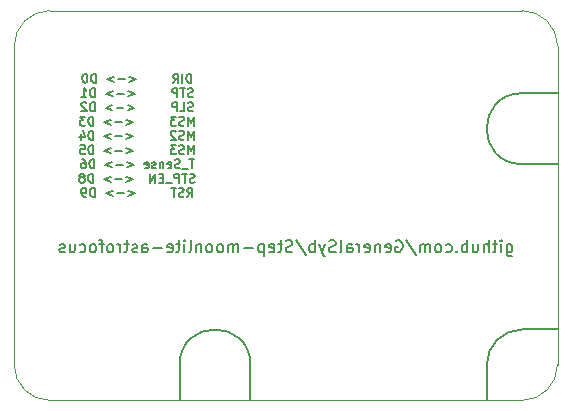
<source format=gbr>
%TF.GenerationSoftware,KiCad,Pcbnew,(6.0.9)*%
%TF.CreationDate,2023-09-21T20:23:22+02:00*%
%TF.ProjectId,EZFocus,455a466f-6375-4732-9e6b-696361645f70,rev?*%
%TF.SameCoordinates,Original*%
%TF.FileFunction,Legend,Bot*%
%TF.FilePolarity,Positive*%
%FSLAX46Y46*%
G04 Gerber Fmt 4.6, Leading zero omitted, Abs format (unit mm)*
G04 Created by KiCad (PCBNEW (6.0.9)) date 2023-09-21 20:23:22*
%MOMM*%
%LPD*%
G01*
G04 APERTURE LIST*
%ADD10C,0.150000*%
%TA.AperFunction,Profile*%
%ADD11C,0.100000*%
%TD*%
G04 APERTURE END LIST*
D10*
X118000000Y-87000000D02*
X115000000Y-87000000D01*
X118000000Y-67000000D02*
X115000000Y-67000000D01*
X115000000Y-87000000D02*
G75*
G03*
X112000000Y-90000000I0J-3000000D01*
G01*
X112000000Y-93000000D02*
X112000000Y-90000000D01*
X92000000Y-93000000D02*
X92000000Y-90000000D01*
X118000000Y-73000000D02*
X115000000Y-73000000D01*
X115000000Y-67000000D02*
G75*
G03*
X115000000Y-73000000I0J-3000000D01*
G01*
X86000000Y-93000000D02*
X86000000Y-90000000D01*
X92000000Y-90000000D02*
G75*
G03*
X86000000Y-90000000I-3000000J0D01*
G01*
D11*
X118000000Y-90000000D02*
X118000000Y-63000000D01*
X75000000Y-93000000D02*
X115000000Y-93000000D01*
X75000000Y-60000000D02*
G75*
G03*
X72000000Y-63000000I0J-3000000D01*
G01*
X118000000Y-63000000D02*
G75*
G03*
X115000000Y-60000000I-3000000J0D01*
G01*
X72000000Y-90000000D02*
G75*
G03*
X75000000Y-93000000I3000000J0D01*
G01*
X115000000Y-60000000D02*
X75000000Y-60000000D01*
X72000000Y-63000000D02*
X72000000Y-90000000D01*
X115000000Y-93000000D02*
G75*
G03*
X118000000Y-90000000I0J3000000D01*
G01*
D10*
X86989285Y-66109285D02*
X86989285Y-65359285D01*
X86810714Y-65359285D01*
X86703571Y-65395000D01*
X86632142Y-65466428D01*
X86596428Y-65537857D01*
X86560714Y-65680714D01*
X86560714Y-65787857D01*
X86596428Y-65930714D01*
X86632142Y-66002142D01*
X86703571Y-66073571D01*
X86810714Y-66109285D01*
X86989285Y-66109285D01*
X86239285Y-66109285D02*
X86239285Y-65359285D01*
X85453571Y-66109285D02*
X85703571Y-65752142D01*
X85882142Y-66109285D02*
X85882142Y-65359285D01*
X85596428Y-65359285D01*
X85525000Y-65395000D01*
X85489285Y-65430714D01*
X85453571Y-65502142D01*
X85453571Y-65609285D01*
X85489285Y-65680714D01*
X85525000Y-65716428D01*
X85596428Y-65752142D01*
X85882142Y-65752142D01*
X81703571Y-65609285D02*
X82275000Y-65823571D01*
X81703571Y-66037857D01*
X81346428Y-65823571D02*
X80775000Y-65823571D01*
X80417857Y-65609285D02*
X79846428Y-65823571D01*
X80417857Y-66037857D01*
X78917857Y-66109285D02*
X78917857Y-65359285D01*
X78739285Y-65359285D01*
X78632142Y-65395000D01*
X78560714Y-65466428D01*
X78525000Y-65537857D01*
X78489285Y-65680714D01*
X78489285Y-65787857D01*
X78525000Y-65930714D01*
X78560714Y-66002142D01*
X78632142Y-66073571D01*
X78739285Y-66109285D01*
X78917857Y-66109285D01*
X78025000Y-65359285D02*
X77953571Y-65359285D01*
X77882142Y-65395000D01*
X77846428Y-65430714D01*
X77810714Y-65502142D01*
X77775000Y-65645000D01*
X77775000Y-65823571D01*
X77810714Y-65966428D01*
X77846428Y-66037857D01*
X77882142Y-66073571D01*
X77953571Y-66109285D01*
X78025000Y-66109285D01*
X78096428Y-66073571D01*
X78132142Y-66037857D01*
X78167857Y-65966428D01*
X78203571Y-65823571D01*
X78203571Y-65645000D01*
X78167857Y-65502142D01*
X78132142Y-65430714D01*
X78096428Y-65395000D01*
X78025000Y-65359285D01*
X87114285Y-67281071D02*
X87007142Y-67316785D01*
X86828571Y-67316785D01*
X86757142Y-67281071D01*
X86721428Y-67245357D01*
X86685714Y-67173928D01*
X86685714Y-67102500D01*
X86721428Y-67031071D01*
X86757142Y-66995357D01*
X86828571Y-66959642D01*
X86971428Y-66923928D01*
X87042857Y-66888214D01*
X87078571Y-66852500D01*
X87114285Y-66781071D01*
X87114285Y-66709642D01*
X87078571Y-66638214D01*
X87042857Y-66602500D01*
X86971428Y-66566785D01*
X86792857Y-66566785D01*
X86685714Y-66602500D01*
X86471428Y-66566785D02*
X86042857Y-66566785D01*
X86257142Y-67316785D02*
X86257142Y-66566785D01*
X85792857Y-67316785D02*
X85792857Y-66566785D01*
X85507142Y-66566785D01*
X85435714Y-66602500D01*
X85400000Y-66638214D01*
X85364285Y-66709642D01*
X85364285Y-66816785D01*
X85400000Y-66888214D01*
X85435714Y-66923928D01*
X85507142Y-66959642D01*
X85792857Y-66959642D01*
X81614285Y-66816785D02*
X82185714Y-67031071D01*
X81614285Y-67245357D01*
X81257142Y-67031071D02*
X80685714Y-67031071D01*
X80328571Y-66816785D02*
X79757142Y-67031071D01*
X80328571Y-67245357D01*
X78828571Y-67316785D02*
X78828571Y-66566785D01*
X78650000Y-66566785D01*
X78542857Y-66602500D01*
X78471428Y-66673928D01*
X78435714Y-66745357D01*
X78400000Y-66888214D01*
X78400000Y-66995357D01*
X78435714Y-67138214D01*
X78471428Y-67209642D01*
X78542857Y-67281071D01*
X78650000Y-67316785D01*
X78828571Y-67316785D01*
X77685714Y-67316785D02*
X78114285Y-67316785D01*
X77900000Y-67316785D02*
X77900000Y-66566785D01*
X77971428Y-66673928D01*
X78042857Y-66745357D01*
X78114285Y-66781071D01*
X87132142Y-68488571D02*
X87025000Y-68524285D01*
X86846428Y-68524285D01*
X86775000Y-68488571D01*
X86739285Y-68452857D01*
X86703571Y-68381428D01*
X86703571Y-68310000D01*
X86739285Y-68238571D01*
X86775000Y-68202857D01*
X86846428Y-68167142D01*
X86989285Y-68131428D01*
X87060714Y-68095714D01*
X87096428Y-68060000D01*
X87132142Y-67988571D01*
X87132142Y-67917142D01*
X87096428Y-67845714D01*
X87060714Y-67810000D01*
X86989285Y-67774285D01*
X86810714Y-67774285D01*
X86703571Y-67810000D01*
X86025000Y-68524285D02*
X86382142Y-68524285D01*
X86382142Y-67774285D01*
X85775000Y-68524285D02*
X85775000Y-67774285D01*
X85489285Y-67774285D01*
X85417857Y-67810000D01*
X85382142Y-67845714D01*
X85346428Y-67917142D01*
X85346428Y-68024285D01*
X85382142Y-68095714D01*
X85417857Y-68131428D01*
X85489285Y-68167142D01*
X85775000Y-68167142D01*
X81596428Y-68024285D02*
X82167857Y-68238571D01*
X81596428Y-68452857D01*
X81239285Y-68238571D02*
X80667857Y-68238571D01*
X80310714Y-68024285D02*
X79739285Y-68238571D01*
X80310714Y-68452857D01*
X78810714Y-68524285D02*
X78810714Y-67774285D01*
X78632142Y-67774285D01*
X78525000Y-67810000D01*
X78453571Y-67881428D01*
X78417857Y-67952857D01*
X78382142Y-68095714D01*
X78382142Y-68202857D01*
X78417857Y-68345714D01*
X78453571Y-68417142D01*
X78525000Y-68488571D01*
X78632142Y-68524285D01*
X78810714Y-68524285D01*
X78096428Y-67845714D02*
X78060714Y-67810000D01*
X77989285Y-67774285D01*
X77810714Y-67774285D01*
X77739285Y-67810000D01*
X77703571Y-67845714D01*
X77667857Y-67917142D01*
X77667857Y-67988571D01*
X77703571Y-68095714D01*
X78132142Y-68524285D01*
X77667857Y-68524285D01*
X87203571Y-69731785D02*
X87203571Y-68981785D01*
X86953571Y-69517500D01*
X86703571Y-68981785D01*
X86703571Y-69731785D01*
X86382142Y-69696071D02*
X86275000Y-69731785D01*
X86096428Y-69731785D01*
X86025000Y-69696071D01*
X85989285Y-69660357D01*
X85953571Y-69588928D01*
X85953571Y-69517500D01*
X85989285Y-69446071D01*
X86025000Y-69410357D01*
X86096428Y-69374642D01*
X86239285Y-69338928D01*
X86310714Y-69303214D01*
X86346428Y-69267500D01*
X86382142Y-69196071D01*
X86382142Y-69124642D01*
X86346428Y-69053214D01*
X86310714Y-69017500D01*
X86239285Y-68981785D01*
X86060714Y-68981785D01*
X85953571Y-69017500D01*
X85703571Y-68981785D02*
X85239285Y-68981785D01*
X85489285Y-69267500D01*
X85382142Y-69267500D01*
X85310714Y-69303214D01*
X85275000Y-69338928D01*
X85239285Y-69410357D01*
X85239285Y-69588928D01*
X85275000Y-69660357D01*
X85310714Y-69696071D01*
X85382142Y-69731785D01*
X85596428Y-69731785D01*
X85667857Y-69696071D01*
X85703571Y-69660357D01*
X81489285Y-69231785D02*
X82060714Y-69446071D01*
X81489285Y-69660357D01*
X81132142Y-69446071D02*
X80560714Y-69446071D01*
X80203571Y-69231785D02*
X79632142Y-69446071D01*
X80203571Y-69660357D01*
X78703571Y-69731785D02*
X78703571Y-68981785D01*
X78525000Y-68981785D01*
X78417857Y-69017500D01*
X78346428Y-69088928D01*
X78310714Y-69160357D01*
X78275000Y-69303214D01*
X78275000Y-69410357D01*
X78310714Y-69553214D01*
X78346428Y-69624642D01*
X78417857Y-69696071D01*
X78525000Y-69731785D01*
X78703571Y-69731785D01*
X78025000Y-68981785D02*
X77560714Y-68981785D01*
X77810714Y-69267500D01*
X77703571Y-69267500D01*
X77632142Y-69303214D01*
X77596428Y-69338928D01*
X77560714Y-69410357D01*
X77560714Y-69588928D01*
X77596428Y-69660357D01*
X77632142Y-69696071D01*
X77703571Y-69731785D01*
X77917857Y-69731785D01*
X77989285Y-69696071D01*
X78025000Y-69660357D01*
X87203571Y-70939285D02*
X87203571Y-70189285D01*
X86953571Y-70725000D01*
X86703571Y-70189285D01*
X86703571Y-70939285D01*
X86382142Y-70903571D02*
X86275000Y-70939285D01*
X86096428Y-70939285D01*
X86025000Y-70903571D01*
X85989285Y-70867857D01*
X85953571Y-70796428D01*
X85953571Y-70725000D01*
X85989285Y-70653571D01*
X86025000Y-70617857D01*
X86096428Y-70582142D01*
X86239285Y-70546428D01*
X86310714Y-70510714D01*
X86346428Y-70475000D01*
X86382142Y-70403571D01*
X86382142Y-70332142D01*
X86346428Y-70260714D01*
X86310714Y-70225000D01*
X86239285Y-70189285D01*
X86060714Y-70189285D01*
X85953571Y-70225000D01*
X85667857Y-70260714D02*
X85632142Y-70225000D01*
X85560714Y-70189285D01*
X85382142Y-70189285D01*
X85310714Y-70225000D01*
X85275000Y-70260714D01*
X85239285Y-70332142D01*
X85239285Y-70403571D01*
X85275000Y-70510714D01*
X85703571Y-70939285D01*
X85239285Y-70939285D01*
X81489285Y-70439285D02*
X82060714Y-70653571D01*
X81489285Y-70867857D01*
X81132142Y-70653571D02*
X80560714Y-70653571D01*
X80203571Y-70439285D02*
X79632142Y-70653571D01*
X80203571Y-70867857D01*
X78703571Y-70939285D02*
X78703571Y-70189285D01*
X78525000Y-70189285D01*
X78417857Y-70225000D01*
X78346428Y-70296428D01*
X78310714Y-70367857D01*
X78275000Y-70510714D01*
X78275000Y-70617857D01*
X78310714Y-70760714D01*
X78346428Y-70832142D01*
X78417857Y-70903571D01*
X78525000Y-70939285D01*
X78703571Y-70939285D01*
X77632142Y-70439285D02*
X77632142Y-70939285D01*
X77810714Y-70153571D02*
X77989285Y-70689285D01*
X77525000Y-70689285D01*
X87203571Y-72146785D02*
X87203571Y-71396785D01*
X86953571Y-71932500D01*
X86703571Y-71396785D01*
X86703571Y-72146785D01*
X86382142Y-72111071D02*
X86275000Y-72146785D01*
X86096428Y-72146785D01*
X86025000Y-72111071D01*
X85989285Y-72075357D01*
X85953571Y-72003928D01*
X85953571Y-71932500D01*
X85989285Y-71861071D01*
X86025000Y-71825357D01*
X86096428Y-71789642D01*
X86239285Y-71753928D01*
X86310714Y-71718214D01*
X86346428Y-71682500D01*
X86382142Y-71611071D01*
X86382142Y-71539642D01*
X86346428Y-71468214D01*
X86310714Y-71432500D01*
X86239285Y-71396785D01*
X86060714Y-71396785D01*
X85953571Y-71432500D01*
X85703571Y-71396785D02*
X85239285Y-71396785D01*
X85489285Y-71682500D01*
X85382142Y-71682500D01*
X85310714Y-71718214D01*
X85275000Y-71753928D01*
X85239285Y-71825357D01*
X85239285Y-72003928D01*
X85275000Y-72075357D01*
X85310714Y-72111071D01*
X85382142Y-72146785D01*
X85596428Y-72146785D01*
X85667857Y-72111071D01*
X85703571Y-72075357D01*
X81489285Y-71646785D02*
X82060714Y-71861071D01*
X81489285Y-72075357D01*
X81132142Y-71861071D02*
X80560714Y-71861071D01*
X80203571Y-71646785D02*
X79632142Y-71861071D01*
X80203571Y-72075357D01*
X78703571Y-72146785D02*
X78703571Y-71396785D01*
X78525000Y-71396785D01*
X78417857Y-71432500D01*
X78346428Y-71503928D01*
X78310714Y-71575357D01*
X78275000Y-71718214D01*
X78275000Y-71825357D01*
X78310714Y-71968214D01*
X78346428Y-72039642D01*
X78417857Y-72111071D01*
X78525000Y-72146785D01*
X78703571Y-72146785D01*
X77596428Y-71396785D02*
X77953571Y-71396785D01*
X77989285Y-71753928D01*
X77953571Y-71718214D01*
X77882142Y-71682500D01*
X77703571Y-71682500D01*
X77632142Y-71718214D01*
X77596428Y-71753928D01*
X77560714Y-71825357D01*
X77560714Y-72003928D01*
X77596428Y-72075357D01*
X77632142Y-72111071D01*
X77703571Y-72146785D01*
X77882142Y-72146785D01*
X77953571Y-72111071D01*
X77989285Y-72075357D01*
X87239285Y-72604285D02*
X86810714Y-72604285D01*
X87025000Y-73354285D02*
X87025000Y-72604285D01*
X86739285Y-73425714D02*
X86167857Y-73425714D01*
X86025000Y-73318571D02*
X85917857Y-73354285D01*
X85739285Y-73354285D01*
X85667857Y-73318571D01*
X85632142Y-73282857D01*
X85596428Y-73211428D01*
X85596428Y-73140000D01*
X85632142Y-73068571D01*
X85667857Y-73032857D01*
X85739285Y-72997142D01*
X85882142Y-72961428D01*
X85953571Y-72925714D01*
X85989285Y-72890000D01*
X86025000Y-72818571D01*
X86025000Y-72747142D01*
X85989285Y-72675714D01*
X85953571Y-72640000D01*
X85882142Y-72604285D01*
X85703571Y-72604285D01*
X85596428Y-72640000D01*
X84989285Y-73318571D02*
X85060714Y-73354285D01*
X85203571Y-73354285D01*
X85275000Y-73318571D01*
X85310714Y-73247142D01*
X85310714Y-72961428D01*
X85275000Y-72890000D01*
X85203571Y-72854285D01*
X85060714Y-72854285D01*
X84989285Y-72890000D01*
X84953571Y-72961428D01*
X84953571Y-73032857D01*
X85310714Y-73104285D01*
X84632142Y-72854285D02*
X84632142Y-73354285D01*
X84632142Y-72925714D02*
X84596428Y-72890000D01*
X84525000Y-72854285D01*
X84417857Y-72854285D01*
X84346428Y-72890000D01*
X84310714Y-72961428D01*
X84310714Y-73354285D01*
X83989285Y-73318571D02*
X83917857Y-73354285D01*
X83775000Y-73354285D01*
X83703571Y-73318571D01*
X83667857Y-73247142D01*
X83667857Y-73211428D01*
X83703571Y-73140000D01*
X83775000Y-73104285D01*
X83882142Y-73104285D01*
X83953571Y-73068571D01*
X83989285Y-72997142D01*
X83989285Y-72961428D01*
X83953571Y-72890000D01*
X83882142Y-72854285D01*
X83775000Y-72854285D01*
X83703571Y-72890000D01*
X83060714Y-73318571D02*
X83132142Y-73354285D01*
X83275000Y-73354285D01*
X83346428Y-73318571D01*
X83382142Y-73247142D01*
X83382142Y-72961428D01*
X83346428Y-72890000D01*
X83275000Y-72854285D01*
X83132142Y-72854285D01*
X83060714Y-72890000D01*
X83025000Y-72961428D01*
X83025000Y-73032857D01*
X83382142Y-73104285D01*
X81560714Y-72854285D02*
X82132142Y-73068571D01*
X81560714Y-73282857D01*
X81203571Y-73068571D02*
X80632142Y-73068571D01*
X80275000Y-72854285D02*
X79703571Y-73068571D01*
X80275000Y-73282857D01*
X78775000Y-73354285D02*
X78775000Y-72604285D01*
X78596428Y-72604285D01*
X78489285Y-72640000D01*
X78417857Y-72711428D01*
X78382142Y-72782857D01*
X78346428Y-72925714D01*
X78346428Y-73032857D01*
X78382142Y-73175714D01*
X78417857Y-73247142D01*
X78489285Y-73318571D01*
X78596428Y-73354285D01*
X78775000Y-73354285D01*
X77703571Y-72604285D02*
X77846428Y-72604285D01*
X77917857Y-72640000D01*
X77953571Y-72675714D01*
X78025000Y-72782857D01*
X78060714Y-72925714D01*
X78060714Y-73211428D01*
X78025000Y-73282857D01*
X77989285Y-73318571D01*
X77917857Y-73354285D01*
X77775000Y-73354285D01*
X77703571Y-73318571D01*
X77667857Y-73282857D01*
X77632142Y-73211428D01*
X77632142Y-73032857D01*
X77667857Y-72961428D01*
X77703571Y-72925714D01*
X77775000Y-72890000D01*
X77917857Y-72890000D01*
X77989285Y-72925714D01*
X78025000Y-72961428D01*
X78060714Y-73032857D01*
X87275000Y-74526071D02*
X87167857Y-74561785D01*
X86989285Y-74561785D01*
X86917857Y-74526071D01*
X86882142Y-74490357D01*
X86846428Y-74418928D01*
X86846428Y-74347500D01*
X86882142Y-74276071D01*
X86917857Y-74240357D01*
X86989285Y-74204642D01*
X87132142Y-74168928D01*
X87203571Y-74133214D01*
X87239285Y-74097500D01*
X87275000Y-74026071D01*
X87275000Y-73954642D01*
X87239285Y-73883214D01*
X87203571Y-73847500D01*
X87132142Y-73811785D01*
X86953571Y-73811785D01*
X86846428Y-73847500D01*
X86632142Y-73811785D02*
X86203571Y-73811785D01*
X86417857Y-74561785D02*
X86417857Y-73811785D01*
X85953571Y-74561785D02*
X85953571Y-73811785D01*
X85667857Y-73811785D01*
X85596428Y-73847500D01*
X85560714Y-73883214D01*
X85525000Y-73954642D01*
X85525000Y-74061785D01*
X85560714Y-74133214D01*
X85596428Y-74168928D01*
X85667857Y-74204642D01*
X85953571Y-74204642D01*
X85382142Y-74633214D02*
X84810714Y-74633214D01*
X84632142Y-74168928D02*
X84382142Y-74168928D01*
X84275000Y-74561785D02*
X84632142Y-74561785D01*
X84632142Y-73811785D01*
X84275000Y-73811785D01*
X83953571Y-74561785D02*
X83953571Y-73811785D01*
X83525000Y-74561785D01*
X83525000Y-73811785D01*
X81453571Y-74061785D02*
X82025000Y-74276071D01*
X81453571Y-74490357D01*
X81096428Y-74276071D02*
X80525000Y-74276071D01*
X80167857Y-74061785D02*
X79596428Y-74276071D01*
X80167857Y-74490357D01*
X78667857Y-74561785D02*
X78667857Y-73811785D01*
X78489285Y-73811785D01*
X78382142Y-73847500D01*
X78310714Y-73918928D01*
X78275000Y-73990357D01*
X78239285Y-74133214D01*
X78239285Y-74240357D01*
X78275000Y-74383214D01*
X78310714Y-74454642D01*
X78382142Y-74526071D01*
X78489285Y-74561785D01*
X78667857Y-74561785D01*
X77810714Y-74133214D02*
X77882142Y-74097500D01*
X77917857Y-74061785D01*
X77953571Y-73990357D01*
X77953571Y-73954642D01*
X77917857Y-73883214D01*
X77882142Y-73847500D01*
X77810714Y-73811785D01*
X77667857Y-73811785D01*
X77596428Y-73847500D01*
X77560714Y-73883214D01*
X77525000Y-73954642D01*
X77525000Y-73990357D01*
X77560714Y-74061785D01*
X77596428Y-74097500D01*
X77667857Y-74133214D01*
X77810714Y-74133214D01*
X77882142Y-74168928D01*
X77917857Y-74204642D01*
X77953571Y-74276071D01*
X77953571Y-74418928D01*
X77917857Y-74490357D01*
X77882142Y-74526071D01*
X77810714Y-74561785D01*
X77667857Y-74561785D01*
X77596428Y-74526071D01*
X77560714Y-74490357D01*
X77525000Y-74418928D01*
X77525000Y-74276071D01*
X77560714Y-74204642D01*
X77596428Y-74168928D01*
X77667857Y-74133214D01*
X86650000Y-75769285D02*
X86900000Y-75412142D01*
X87078571Y-75769285D02*
X87078571Y-75019285D01*
X86792857Y-75019285D01*
X86721428Y-75055000D01*
X86685714Y-75090714D01*
X86650000Y-75162142D01*
X86650000Y-75269285D01*
X86685714Y-75340714D01*
X86721428Y-75376428D01*
X86792857Y-75412142D01*
X87078571Y-75412142D01*
X86364285Y-75733571D02*
X86257142Y-75769285D01*
X86078571Y-75769285D01*
X86007142Y-75733571D01*
X85971428Y-75697857D01*
X85935714Y-75626428D01*
X85935714Y-75555000D01*
X85971428Y-75483571D01*
X86007142Y-75447857D01*
X86078571Y-75412142D01*
X86221428Y-75376428D01*
X86292857Y-75340714D01*
X86328571Y-75305000D01*
X86364285Y-75233571D01*
X86364285Y-75162142D01*
X86328571Y-75090714D01*
X86292857Y-75055000D01*
X86221428Y-75019285D01*
X86042857Y-75019285D01*
X85935714Y-75055000D01*
X85721428Y-75019285D02*
X85292857Y-75019285D01*
X85507142Y-75769285D02*
X85507142Y-75019285D01*
X81614285Y-75269285D02*
X82185714Y-75483571D01*
X81614285Y-75697857D01*
X81257142Y-75483571D02*
X80685714Y-75483571D01*
X80328571Y-75269285D02*
X79757142Y-75483571D01*
X80328571Y-75697857D01*
X78828571Y-75769285D02*
X78828571Y-75019285D01*
X78650000Y-75019285D01*
X78542857Y-75055000D01*
X78471428Y-75126428D01*
X78435714Y-75197857D01*
X78400000Y-75340714D01*
X78400000Y-75447857D01*
X78435714Y-75590714D01*
X78471428Y-75662142D01*
X78542857Y-75733571D01*
X78650000Y-75769285D01*
X78828571Y-75769285D01*
X78042857Y-75769285D02*
X77900000Y-75769285D01*
X77828571Y-75733571D01*
X77792857Y-75697857D01*
X77721428Y-75590714D01*
X77685714Y-75447857D01*
X77685714Y-75162142D01*
X77721428Y-75090714D01*
X77757142Y-75055000D01*
X77828571Y-75019285D01*
X77971428Y-75019285D01*
X78042857Y-75055000D01*
X78078571Y-75090714D01*
X78114285Y-75162142D01*
X78114285Y-75340714D01*
X78078571Y-75412142D01*
X78042857Y-75447857D01*
X77971428Y-75483571D01*
X77828571Y-75483571D01*
X77757142Y-75447857D01*
X77721428Y-75412142D01*
X77685714Y-75340714D01*
X113690476Y-79785714D02*
X113690476Y-80595238D01*
X113738095Y-80690476D01*
X113785714Y-80738095D01*
X113880952Y-80785714D01*
X114023809Y-80785714D01*
X114119047Y-80738095D01*
X113690476Y-80404761D02*
X113785714Y-80452380D01*
X113976190Y-80452380D01*
X114071428Y-80404761D01*
X114119047Y-80357142D01*
X114166666Y-80261904D01*
X114166666Y-79976190D01*
X114119047Y-79880952D01*
X114071428Y-79833333D01*
X113976190Y-79785714D01*
X113785714Y-79785714D01*
X113690476Y-79833333D01*
X113214285Y-80452380D02*
X113214285Y-79785714D01*
X113214285Y-79452380D02*
X113261904Y-79500000D01*
X113214285Y-79547619D01*
X113166666Y-79500000D01*
X113214285Y-79452380D01*
X113214285Y-79547619D01*
X112880952Y-79785714D02*
X112500000Y-79785714D01*
X112738095Y-79452380D02*
X112738095Y-80309523D01*
X112690476Y-80404761D01*
X112595238Y-80452380D01*
X112500000Y-80452380D01*
X112166666Y-80452380D02*
X112166666Y-79452380D01*
X111738095Y-80452380D02*
X111738095Y-79928571D01*
X111785714Y-79833333D01*
X111880952Y-79785714D01*
X112023809Y-79785714D01*
X112119047Y-79833333D01*
X112166666Y-79880952D01*
X110833333Y-79785714D02*
X110833333Y-80452380D01*
X111261904Y-79785714D02*
X111261904Y-80309523D01*
X111214285Y-80404761D01*
X111119047Y-80452380D01*
X110976190Y-80452380D01*
X110880952Y-80404761D01*
X110833333Y-80357142D01*
X110357142Y-80452380D02*
X110357142Y-79452380D01*
X110357142Y-79833333D02*
X110261904Y-79785714D01*
X110071428Y-79785714D01*
X109976190Y-79833333D01*
X109928571Y-79880952D01*
X109880952Y-79976190D01*
X109880952Y-80261904D01*
X109928571Y-80357142D01*
X109976190Y-80404761D01*
X110071428Y-80452380D01*
X110261904Y-80452380D01*
X110357142Y-80404761D01*
X109452380Y-80357142D02*
X109404761Y-80404761D01*
X109452380Y-80452380D01*
X109500000Y-80404761D01*
X109452380Y-80357142D01*
X109452380Y-80452380D01*
X108547619Y-80404761D02*
X108642857Y-80452380D01*
X108833333Y-80452380D01*
X108928571Y-80404761D01*
X108976190Y-80357142D01*
X109023809Y-80261904D01*
X109023809Y-79976190D01*
X108976190Y-79880952D01*
X108928571Y-79833333D01*
X108833333Y-79785714D01*
X108642857Y-79785714D01*
X108547619Y-79833333D01*
X107976190Y-80452380D02*
X108071428Y-80404761D01*
X108119047Y-80357142D01*
X108166666Y-80261904D01*
X108166666Y-79976190D01*
X108119047Y-79880952D01*
X108071428Y-79833333D01*
X107976190Y-79785714D01*
X107833333Y-79785714D01*
X107738095Y-79833333D01*
X107690476Y-79880952D01*
X107642857Y-79976190D01*
X107642857Y-80261904D01*
X107690476Y-80357142D01*
X107738095Y-80404761D01*
X107833333Y-80452380D01*
X107976190Y-80452380D01*
X107214285Y-80452380D02*
X107214285Y-79785714D01*
X107214285Y-79880952D02*
X107166666Y-79833333D01*
X107071428Y-79785714D01*
X106928571Y-79785714D01*
X106833333Y-79833333D01*
X106785714Y-79928571D01*
X106785714Y-80452380D01*
X106785714Y-79928571D02*
X106738095Y-79833333D01*
X106642857Y-79785714D01*
X106500000Y-79785714D01*
X106404761Y-79833333D01*
X106357142Y-79928571D01*
X106357142Y-80452380D01*
X105166666Y-79404761D02*
X106023809Y-80690476D01*
X104309523Y-79500000D02*
X104404761Y-79452380D01*
X104547619Y-79452380D01*
X104690476Y-79500000D01*
X104785714Y-79595238D01*
X104833333Y-79690476D01*
X104880952Y-79880952D01*
X104880952Y-80023809D01*
X104833333Y-80214285D01*
X104785714Y-80309523D01*
X104690476Y-80404761D01*
X104547619Y-80452380D01*
X104452380Y-80452380D01*
X104309523Y-80404761D01*
X104261904Y-80357142D01*
X104261904Y-80023809D01*
X104452380Y-80023809D01*
X103452380Y-80404761D02*
X103547619Y-80452380D01*
X103738095Y-80452380D01*
X103833333Y-80404761D01*
X103880952Y-80309523D01*
X103880952Y-79928571D01*
X103833333Y-79833333D01*
X103738095Y-79785714D01*
X103547619Y-79785714D01*
X103452380Y-79833333D01*
X103404761Y-79928571D01*
X103404761Y-80023809D01*
X103880952Y-80119047D01*
X102976190Y-79785714D02*
X102976190Y-80452380D01*
X102976190Y-79880952D02*
X102928571Y-79833333D01*
X102833333Y-79785714D01*
X102690476Y-79785714D01*
X102595238Y-79833333D01*
X102547619Y-79928571D01*
X102547619Y-80452380D01*
X101690476Y-80404761D02*
X101785714Y-80452380D01*
X101976190Y-80452380D01*
X102071428Y-80404761D01*
X102119047Y-80309523D01*
X102119047Y-79928571D01*
X102071428Y-79833333D01*
X101976190Y-79785714D01*
X101785714Y-79785714D01*
X101690476Y-79833333D01*
X101642857Y-79928571D01*
X101642857Y-80023809D01*
X102119047Y-80119047D01*
X101214285Y-80452380D02*
X101214285Y-79785714D01*
X101214285Y-79976190D02*
X101166666Y-79880952D01*
X101119047Y-79833333D01*
X101023809Y-79785714D01*
X100928571Y-79785714D01*
X100166666Y-80452380D02*
X100166666Y-79928571D01*
X100214285Y-79833333D01*
X100309523Y-79785714D01*
X100500000Y-79785714D01*
X100595238Y-79833333D01*
X100166666Y-80404761D02*
X100261904Y-80452380D01*
X100500000Y-80452380D01*
X100595238Y-80404761D01*
X100642857Y-80309523D01*
X100642857Y-80214285D01*
X100595238Y-80119047D01*
X100500000Y-80071428D01*
X100261904Y-80071428D01*
X100166666Y-80023809D01*
X99547619Y-80452380D02*
X99642857Y-80404761D01*
X99690476Y-80309523D01*
X99690476Y-79452380D01*
X99214285Y-80404761D02*
X99071428Y-80452380D01*
X98833333Y-80452380D01*
X98738095Y-80404761D01*
X98690476Y-80357142D01*
X98642857Y-80261904D01*
X98642857Y-80166666D01*
X98690476Y-80071428D01*
X98738095Y-80023809D01*
X98833333Y-79976190D01*
X99023809Y-79928571D01*
X99119047Y-79880952D01*
X99166666Y-79833333D01*
X99214285Y-79738095D01*
X99214285Y-79642857D01*
X99166666Y-79547619D01*
X99119047Y-79500000D01*
X99023809Y-79452380D01*
X98785714Y-79452380D01*
X98642857Y-79500000D01*
X98309523Y-79785714D02*
X98071428Y-80452380D01*
X97833333Y-79785714D02*
X98071428Y-80452380D01*
X98166666Y-80690476D01*
X98214285Y-80738095D01*
X98309523Y-80785714D01*
X97452380Y-80452380D02*
X97452380Y-79452380D01*
X97452380Y-79833333D02*
X97357142Y-79785714D01*
X97166666Y-79785714D01*
X97071428Y-79833333D01*
X97023809Y-79880952D01*
X96976190Y-79976190D01*
X96976190Y-80261904D01*
X97023809Y-80357142D01*
X97071428Y-80404761D01*
X97166666Y-80452380D01*
X97357142Y-80452380D01*
X97452380Y-80404761D01*
X95833333Y-79404761D02*
X96690476Y-80690476D01*
X95547619Y-80404761D02*
X95404761Y-80452380D01*
X95166666Y-80452380D01*
X95071428Y-80404761D01*
X95023809Y-80357142D01*
X94976190Y-80261904D01*
X94976190Y-80166666D01*
X95023809Y-80071428D01*
X95071428Y-80023809D01*
X95166666Y-79976190D01*
X95357142Y-79928571D01*
X95452380Y-79880952D01*
X95500000Y-79833333D01*
X95547619Y-79738095D01*
X95547619Y-79642857D01*
X95500000Y-79547619D01*
X95452380Y-79500000D01*
X95357142Y-79452380D01*
X95119047Y-79452380D01*
X94976190Y-79500000D01*
X94690476Y-79785714D02*
X94309523Y-79785714D01*
X94547619Y-79452380D02*
X94547619Y-80309523D01*
X94500000Y-80404761D01*
X94404761Y-80452380D01*
X94309523Y-80452380D01*
X93595238Y-80404761D02*
X93690476Y-80452380D01*
X93880952Y-80452380D01*
X93976190Y-80404761D01*
X94023809Y-80309523D01*
X94023809Y-79928571D01*
X93976190Y-79833333D01*
X93880952Y-79785714D01*
X93690476Y-79785714D01*
X93595238Y-79833333D01*
X93547619Y-79928571D01*
X93547619Y-80023809D01*
X94023809Y-80119047D01*
X93119047Y-79785714D02*
X93119047Y-80785714D01*
X93119047Y-79833333D02*
X93023809Y-79785714D01*
X92833333Y-79785714D01*
X92738095Y-79833333D01*
X92690476Y-79880952D01*
X92642857Y-79976190D01*
X92642857Y-80261904D01*
X92690476Y-80357142D01*
X92738095Y-80404761D01*
X92833333Y-80452380D01*
X93023809Y-80452380D01*
X93119047Y-80404761D01*
X92214285Y-80071428D02*
X91452380Y-80071428D01*
X90976190Y-80452380D02*
X90976190Y-79785714D01*
X90976190Y-79880952D02*
X90928571Y-79833333D01*
X90833333Y-79785714D01*
X90690476Y-79785714D01*
X90595238Y-79833333D01*
X90547619Y-79928571D01*
X90547619Y-80452380D01*
X90547619Y-79928571D02*
X90500000Y-79833333D01*
X90404761Y-79785714D01*
X90261904Y-79785714D01*
X90166666Y-79833333D01*
X90119047Y-79928571D01*
X90119047Y-80452380D01*
X89500000Y-80452380D02*
X89595238Y-80404761D01*
X89642857Y-80357142D01*
X89690476Y-80261904D01*
X89690476Y-79976190D01*
X89642857Y-79880952D01*
X89595238Y-79833333D01*
X89500000Y-79785714D01*
X89357142Y-79785714D01*
X89261904Y-79833333D01*
X89214285Y-79880952D01*
X89166666Y-79976190D01*
X89166666Y-80261904D01*
X89214285Y-80357142D01*
X89261904Y-80404761D01*
X89357142Y-80452380D01*
X89500000Y-80452380D01*
X88595238Y-80452380D02*
X88690476Y-80404761D01*
X88738095Y-80357142D01*
X88785714Y-80261904D01*
X88785714Y-79976190D01*
X88738095Y-79880952D01*
X88690476Y-79833333D01*
X88595238Y-79785714D01*
X88452380Y-79785714D01*
X88357142Y-79833333D01*
X88309523Y-79880952D01*
X88261904Y-79976190D01*
X88261904Y-80261904D01*
X88309523Y-80357142D01*
X88357142Y-80404761D01*
X88452380Y-80452380D01*
X88595238Y-80452380D01*
X87833333Y-79785714D02*
X87833333Y-80452380D01*
X87833333Y-79880952D02*
X87785714Y-79833333D01*
X87690476Y-79785714D01*
X87547619Y-79785714D01*
X87452380Y-79833333D01*
X87404761Y-79928571D01*
X87404761Y-80452380D01*
X86785714Y-80452380D02*
X86880952Y-80404761D01*
X86928571Y-80309523D01*
X86928571Y-79452380D01*
X86404761Y-80452380D02*
X86404761Y-79785714D01*
X86404761Y-79452380D02*
X86452380Y-79500000D01*
X86404761Y-79547619D01*
X86357142Y-79500000D01*
X86404761Y-79452380D01*
X86404761Y-79547619D01*
X86071428Y-79785714D02*
X85690476Y-79785714D01*
X85928571Y-79452380D02*
X85928571Y-80309523D01*
X85880952Y-80404761D01*
X85785714Y-80452380D01*
X85690476Y-80452380D01*
X84976190Y-80404761D02*
X85071428Y-80452380D01*
X85261904Y-80452380D01*
X85357142Y-80404761D01*
X85404761Y-80309523D01*
X85404761Y-79928571D01*
X85357142Y-79833333D01*
X85261904Y-79785714D01*
X85071428Y-79785714D01*
X84976190Y-79833333D01*
X84928571Y-79928571D01*
X84928571Y-80023809D01*
X85404761Y-80119047D01*
X84500000Y-80071428D02*
X83738095Y-80071428D01*
X82833333Y-80452380D02*
X82833333Y-79928571D01*
X82880952Y-79833333D01*
X82976190Y-79785714D01*
X83166666Y-79785714D01*
X83261904Y-79833333D01*
X82833333Y-80404761D02*
X82928571Y-80452380D01*
X83166666Y-80452380D01*
X83261904Y-80404761D01*
X83309523Y-80309523D01*
X83309523Y-80214285D01*
X83261904Y-80119047D01*
X83166666Y-80071428D01*
X82928571Y-80071428D01*
X82833333Y-80023809D01*
X82404761Y-80404761D02*
X82309523Y-80452380D01*
X82119047Y-80452380D01*
X82023809Y-80404761D01*
X81976190Y-80309523D01*
X81976190Y-80261904D01*
X82023809Y-80166666D01*
X82119047Y-80119047D01*
X82261904Y-80119047D01*
X82357142Y-80071428D01*
X82404761Y-79976190D01*
X82404761Y-79928571D01*
X82357142Y-79833333D01*
X82261904Y-79785714D01*
X82119047Y-79785714D01*
X82023809Y-79833333D01*
X81690476Y-79785714D02*
X81309523Y-79785714D01*
X81547619Y-79452380D02*
X81547619Y-80309523D01*
X81500000Y-80404761D01*
X81404761Y-80452380D01*
X81309523Y-80452380D01*
X80976190Y-80452380D02*
X80976190Y-79785714D01*
X80976190Y-79976190D02*
X80928571Y-79880952D01*
X80880952Y-79833333D01*
X80785714Y-79785714D01*
X80690476Y-79785714D01*
X80214285Y-80452380D02*
X80309523Y-80404761D01*
X80357142Y-80357142D01*
X80404761Y-80261904D01*
X80404761Y-79976190D01*
X80357142Y-79880952D01*
X80309523Y-79833333D01*
X80214285Y-79785714D01*
X80071428Y-79785714D01*
X79976190Y-79833333D01*
X79928571Y-79880952D01*
X79880952Y-79976190D01*
X79880952Y-80261904D01*
X79928571Y-80357142D01*
X79976190Y-80404761D01*
X80071428Y-80452380D01*
X80214285Y-80452380D01*
X79595238Y-79785714D02*
X79214285Y-79785714D01*
X79452380Y-80452380D02*
X79452380Y-79595238D01*
X79404761Y-79500000D01*
X79309523Y-79452380D01*
X79214285Y-79452380D01*
X78738095Y-80452380D02*
X78833333Y-80404761D01*
X78880952Y-80357142D01*
X78928571Y-80261904D01*
X78928571Y-79976190D01*
X78880952Y-79880952D01*
X78833333Y-79833333D01*
X78738095Y-79785714D01*
X78595238Y-79785714D01*
X78500000Y-79833333D01*
X78452380Y-79880952D01*
X78404761Y-79976190D01*
X78404761Y-80261904D01*
X78452380Y-80357142D01*
X78500000Y-80404761D01*
X78595238Y-80452380D01*
X78738095Y-80452380D01*
X77547619Y-80404761D02*
X77642857Y-80452380D01*
X77833333Y-80452380D01*
X77928571Y-80404761D01*
X77976190Y-80357142D01*
X78023809Y-80261904D01*
X78023809Y-79976190D01*
X77976190Y-79880952D01*
X77928571Y-79833333D01*
X77833333Y-79785714D01*
X77642857Y-79785714D01*
X77547619Y-79833333D01*
X76690476Y-79785714D02*
X76690476Y-80452380D01*
X77119047Y-79785714D02*
X77119047Y-80309523D01*
X77071428Y-80404761D01*
X76976190Y-80452380D01*
X76833333Y-80452380D01*
X76738095Y-80404761D01*
X76690476Y-80357142D01*
X76261904Y-80404761D02*
X76166666Y-80452380D01*
X75976190Y-80452380D01*
X75880952Y-80404761D01*
X75833333Y-80309523D01*
X75833333Y-80261904D01*
X75880952Y-80166666D01*
X75976190Y-80119047D01*
X76119047Y-80119047D01*
X76214285Y-80071428D01*
X76261904Y-79976190D01*
X76261904Y-79928571D01*
X76214285Y-79833333D01*
X76119047Y-79785714D01*
X75976190Y-79785714D01*
X75880952Y-79833333D01*
M02*

</source>
